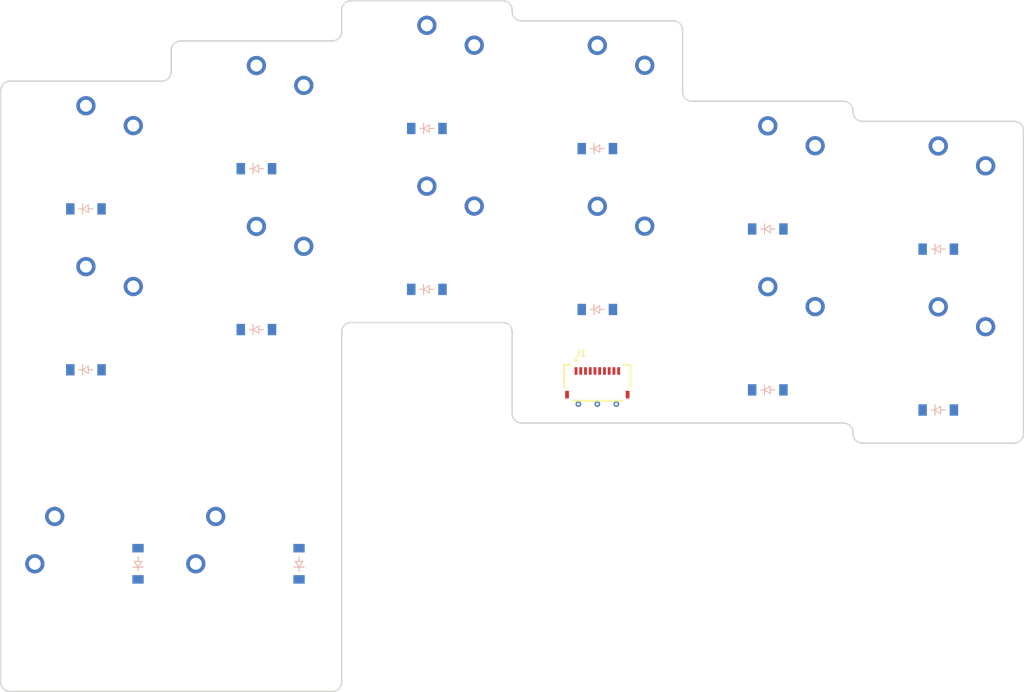
<source format=kicad_pcb>

            
(kicad_pcb (version 20171130) (host pcbnew 5.1.6)

  (page A3)
  (title_block
    (title right_pcb)
    (rev v1.0.0)
    (company Unknown)
  )

  (general
    (thickness 1.6)
  )

  (layers
    (0 F.Cu signal)
    (31 B.Cu signal)
    (32 B.Adhes user)
    (33 F.Adhes user)
    (34 B.Paste user)
    (35 F.Paste user)
    (36 B.SilkS user)
    (37 F.SilkS user)
    (38 B.Mask user)
    (39 F.Mask user)
    (40 Dwgs.User user)
    (41 Cmts.User user)
    (42 Eco1.User user)
    (43 Eco2.User user)
    (44 Edge.Cuts user)
    (45 Margin user)
    (46 B.CrtYd user)
    (47 F.CrtYd user)
    (48 B.Fab user)
    (49 F.Fab user)
  )

  (setup
    (last_trace_width 0.25)
    (trace_clearance 0.2)
    (zone_clearance 0.508)
    (zone_45_only no)
    (trace_min 0.2)
    (via_size 0.8)
    (via_drill 0.4)
    (via_min_size 0.4)
    (via_min_drill 0.3)
    (uvia_size 0.3)
    (uvia_drill 0.1)
    (uvias_allowed no)
    (uvia_min_size 0.2)
    (uvia_min_drill 0.1)
    (edge_width 0.05)
    (segment_width 0.2)
    (pcb_text_width 0.3)
    (pcb_text_size 1.5 1.5)
    (mod_edge_width 0.12)
    (mod_text_size 1 1)
    (mod_text_width 0.15)
    (pad_size 1.524 1.524)
    (pad_drill 0.762)
    (pad_to_mask_clearance 0.05)
    (aux_axis_origin 0 0)
    (visible_elements FFFFFF7F)
    (pcbplotparams
      (layerselection 0x010fc_ffffffff)
      (usegerberextensions false)
      (usegerberattributes true)
      (usegerberadvancedattributes true)
      (creategerberjobfile true)
      (excludeedgelayer true)
      (linewidth 0.100000)
      (plotframeref false)
      (viasonmask false)
      (mode 1)
      (useauxorigin false)
      (hpglpennumber 1)
      (hpglpenspeed 20)
      (hpglpendiameter 15.000000)
      (psnegative false)
      (psa4output false)
      (plotreference true)
      (plotvalue true)
      (plotinvisibletext false)
      (padsonsilk false)
      (subtractmaskfromsilk false)
      (outputformat 1)
      (mirror false)
      (drillshape 1)
      (scaleselection 1)
      (outputdirectory ""))
  )

            (net 0 "")
(net 1 "C0")
(net 2 "mirror_ext_bottom")
(net 3 "mirror_ext_top")
(net 4 "C1")
(net 5 "mirror_pinky_bottom")
(net 6 "mirror_pinky_top")
(net 7 "C2")
(net 8 "mirror_ring_bottom")
(net 9 "mirror_ring_top")
(net 10 "C3")
(net 11 "mirror_middle_bottom")
(net 12 "mirror_middle_top")
(net 13 "C4")
(net 14 "mirror_index_bottom")
(net 15 "mirror_index_top")
(net 16 "C5")
(net 17 "mirror_inner_bottom")
(net 18 "mirror_inner_top")
(net 19 "mirror_outer_thumb")
(net 20 "mirror_inner_thumb")
(net 21 "R2")
(net 22 "R1")
(net 23 "R3")
(net 24 "GND")
            
  (net_class Default "This is the default net class."
    (clearance 0.2)
    (trace_width 0.25)
    (via_dia 0.8)
    (via_drill 0.4)
    (uvia_dia 0.3)
    (uvia_drill 0.1)
    (add_net "")
(add_net "C0")
(add_net "mirror_ext_bottom")
(add_net "mirror_ext_top")
(add_net "C1")
(add_net "mirror_pinky_bottom")
(add_net "mirror_pinky_top")
(add_net "C2")
(add_net "mirror_ring_bottom")
(add_net "mirror_ring_top")
(add_net "C3")
(add_net "mirror_middle_bottom")
(add_net "mirror_middle_top")
(add_net "C4")
(add_net "mirror_index_bottom")
(add_net "mirror_index_top")
(add_net "C5")
(add_net "mirror_inner_bottom")
(add_net "mirror_inner_top")
(add_net "mirror_outer_thumb")
(add_net "mirror_inner_thumb")
(add_net "R2")
(add_net "R1")
(add_net "R3")
(add_net "GND")
  )

            
        
      (module PG1350 (layer F.Cu) (tedit 5DD50112)
      (model ${ERGOGEN_MODELS}/SW_Kailh_Choc_V1.wrl
        (at (xyz 0 0 0))
        (scale (xyz 1 1 1))
        (rotate (xyz 0 0 0))
      )
      (at 316 138.25 0)

      
      (fp_text reference "S1" (at 0 0) (layer F.SilkS) hide (effects (font (size 1.27 1.27) (thickness 0.15))))
      (fp_text value "" (at 0 0) (layer F.SilkS) hide (effects (font (size 1.27 1.27) (thickness 0.15))))

      
      (fp_line (start -7 -6) (end -7 -7) (layer Dwgs.User) (width 0.15))
      (fp_line (start -7 7) (end -6 7) (layer Dwgs.User) (width 0.15))
      (fp_line (start -6 -7) (end -7 -7) (layer Dwgs.User) (width 0.15))
      (fp_line (start -7 7) (end -7 6) (layer Dwgs.User) (width 0.15))
      (fp_line (start 7 6) (end 7 7) (layer Dwgs.User) (width 0.15))
      (fp_line (start 7 -7) (end 6 -7) (layer Dwgs.User) (width 0.15))
      (fp_line (start 6 7) (end 7 7) (layer Dwgs.User) (width 0.15))
      (fp_line (start 7 -7) (end 7 -6) (layer Dwgs.User) (width 0.15))      
      
      
      (pad "" np_thru_hole circle (at 0 0) (size 3.429 3.429) (drill 3.429) (layers *.Cu *.Mask))
        
      
      (pad "" np_thru_hole circle (at 5.5 0) (size 1.7018 1.7018) (drill 1.7018) (layers *.Cu *.Mask))
      (pad "" np_thru_hole circle (at -5.5 0) (size 1.7018 1.7018) (drill 1.7018) (layers *.Cu *.Mask))

      

      
        
      
      (fp_line (start -9 -8.5) (end 9 -8.5) (layer Dwgs.User) (width 0.15))
      (fp_line (start 9 -8.5) (end 9 8.5) (layer Dwgs.User) (width 0.15))
      (fp_line (start 9 8.5) (end -9 8.5) (layer Dwgs.User) (width 0.15))
      (fp_line (start -9 8.5) (end -9 -8.5) (layer Dwgs.User) (width 0.15))
      
        
            
            (pad 1 thru_hole circle (at 5 -3.8) (size 2.032 2.032) (drill 1.27) (layers *.Cu *.Mask) (net 1 "C0"))
            (pad 2 thru_hole circle (at 0 -5.9) (size 2.032 2.032) (drill 1.27) (layers *.Cu *.Mask) (net 2 "mirror_ext_bottom"))
          )
        

        
      (module PG1350 (layer F.Cu) (tedit 5DD50112)
      (model ${ERGOGEN_MODELS}/SW_Kailh_Choc_V1.wrl
        (at (xyz 0 0 0))
        (scale (xyz 1 1 1))
        (rotate (xyz 0 0 0))
      )
      (at 316 121.25 0)

      
      (fp_text reference "S2" (at 0 0) (layer F.SilkS) hide (effects (font (size 1.27 1.27) (thickness 0.15))))
      (fp_text value "" (at 0 0) (layer F.SilkS) hide (effects (font (size 1.27 1.27) (thickness 0.15))))

      
      (fp_line (start -7 -6) (end -7 -7) (layer Dwgs.User) (width 0.15))
      (fp_line (start -7 7) (end -6 7) (layer Dwgs.User) (width 0.15))
      (fp_line (start -6 -7) (end -7 -7) (layer Dwgs.User) (width 0.15))
      (fp_line (start -7 7) (end -7 6) (layer Dwgs.User) (width 0.15))
      (fp_line (start 7 6) (end 7 7) (layer Dwgs.User) (width 0.15))
      (fp_line (start 7 -7) (end 6 -7) (layer Dwgs.User) (width 0.15))
      (fp_line (start 6 7) (end 7 7) (layer Dwgs.User) (width 0.15))
      (fp_line (start 7 -7) (end 7 -6) (layer Dwgs.User) (width 0.15))      
      
      
      (pad "" np_thru_hole circle (at 0 0) (size 3.429 3.429) (drill 3.429) (layers *.Cu *.Mask))
        
      
      (pad "" np_thru_hole circle (at 5.5 0) (size 1.7018 1.7018) (drill 1.7018) (layers *.Cu *.Mask))
      (pad "" np_thru_hole circle (at -5.5 0) (size 1.7018 1.7018) (drill 1.7018) (layers *.Cu *.Mask))

      

      
        
      
      (fp_line (start -9 -8.5) (end 9 -8.5) (layer Dwgs.User) (width 0.15))
      (fp_line (start 9 -8.5) (end 9 8.5) (layer Dwgs.User) (width 0.15))
      (fp_line (start 9 8.5) (end -9 8.5) (layer Dwgs.User) (width 0.15))
      (fp_line (start -9 8.5) (end -9 -8.5) (layer Dwgs.User) (width 0.15))
      
        
            
            (pad 1 thru_hole circle (at 5 -3.8) (size 2.032 2.032) (drill 1.27) (layers *.Cu *.Mask) (net 1 "C0"))
            (pad 2 thru_hole circle (at 0 -5.9) (size 2.032 2.032) (drill 1.27) (layers *.Cu *.Mask) (net 3 "mirror_ext_top"))
          )
        

        
      (module PG1350 (layer F.Cu) (tedit 5DD50112)
      (model ${ERGOGEN_MODELS}/SW_Kailh_Choc_V1.wrl
        (at (xyz 0 0 0))
        (scale (xyz 1 1 1))
        (rotate (xyz 0 0 0))
      )
      (at 298 136.125 0)

      
      (fp_text reference "S3" (at 0 0) (layer F.SilkS) hide (effects (font (size 1.27 1.27) (thickness 0.15))))
      (fp_text value "" (at 0 0) (layer F.SilkS) hide (effects (font (size 1.27 1.27) (thickness 0.15))))

      
      (fp_line (start -7 -6) (end -7 -7) (layer Dwgs.User) (width 0.15))
      (fp_line (start -7 7) (end -6 7) (layer Dwgs.User) (width 0.15))
      (fp_line (start -6 -7) (end -7 -7) (layer Dwgs.User) (width 0.15))
      (fp_line (start -7 7) (end -7 6) (layer Dwgs.User) (width 0.15))
      (fp_line (start 7 6) (end 7 7) (layer Dwgs.User) (width 0.15))
      (fp_line (start 7 -7) (end 6 -7) (layer Dwgs.User) (width 0.15))
      (fp_line (start 6 7) (end 7 7) (layer Dwgs.User) (width 0.15))
      (fp_line (start 7 -7) (end 7 -6) (layer Dwgs.User) (width 0.15))      
      
      
      (pad "" np_thru_hole circle (at 0 0) (size 3.429 3.429) (drill 3.429) (layers *.Cu *.Mask))
        
      
      (pad "" np_thru_hole circle (at 5.5 0) (size 1.7018 1.7018) (drill 1.7018) (layers *.Cu *.Mask))
      (pad "" np_thru_hole circle (at -5.5 0) (size 1.7018 1.7018) (drill 1.7018) (layers *.Cu *.Mask))

      

      
        
      
      (fp_line (start -9 -8.5) (end 9 -8.5) (layer Dwgs.User) (width 0.15))
      (fp_line (start 9 -8.5) (end 9 8.5) (layer Dwgs.User) (width 0.15))
      (fp_line (start 9 8.5) (end -9 8.5) (layer Dwgs.User) (width 0.15))
      (fp_line (start -9 8.5) (end -9 -8.5) (layer Dwgs.User) (width 0.15))
      
        
            
            (pad 1 thru_hole circle (at 5 -3.8) (size 2.032 2.032) (drill 1.27) (layers *.Cu *.Mask) (net 4 "C1"))
            (pad 2 thru_hole circle (at 0 -5.9) (size 2.032 2.032) (drill 1.27) (layers *.Cu *.Mask) (net 5 "mirror_pinky_bottom"))
          )
        

        
      (module PG1350 (layer F.Cu) (tedit 5DD50112)
      (model ${ERGOGEN_MODELS}/SW_Kailh_Choc_V1.wrl
        (at (xyz 0 0 0))
        (scale (xyz 1 1 1))
        (rotate (xyz 0 0 0))
      )
      (at 298 119.125 0)

      
      (fp_text reference "S4" (at 0 0) (layer F.SilkS) hide (effects (font (size 1.27 1.27) (thickness 0.15))))
      (fp_text value "" (at 0 0) (layer F.SilkS) hide (effects (font (size 1.27 1.27) (thickness 0.15))))

      
      (fp_line (start -7 -6) (end -7 -7) (layer Dwgs.User) (width 0.15))
      (fp_line (start -7 7) (end -6 7) (layer Dwgs.User) (width 0.15))
      (fp_line (start -6 -7) (end -7 -7) (layer Dwgs.User) (width 0.15))
      (fp_line (start -7 7) (end -7 6) (layer Dwgs.User) (width 0.15))
      (fp_line (start 7 6) (end 7 7) (layer Dwgs.User) (width 0.15))
      (fp_line (start 7 -7) (end 6 -7) (layer Dwgs.User) (width 0.15))
      (fp_line (start 6 7) (end 7 7) (layer Dwgs.User) (width 0.15))
      (fp_line (start 7 -7) (end 7 -6) (layer Dwgs.User) (width 0.15))      
      
      
      (pad "" np_thru_hole circle (at 0 0) (size 3.429 3.429) (drill 3.429) (layers *.Cu *.Mask))
        
      
      (pad "" np_thru_hole circle (at 5.5 0) (size 1.7018 1.7018) (drill 1.7018) (layers *.Cu *.Mask))
      (pad "" np_thru_hole circle (at -5.5 0) (size 1.7018 1.7018) (drill 1.7018) (layers *.Cu *.Mask))

      

      
        
      
      (fp_line (start -9 -8.5) (end 9 -8.5) (layer Dwgs.User) (width 0.15))
      (fp_line (start 9 -8.5) (end 9 8.5) (layer Dwgs.User) (width 0.15))
      (fp_line (start 9 8.5) (end -9 8.5) (layer Dwgs.User) (width 0.15))
      (fp_line (start -9 8.5) (end -9 -8.5) (layer Dwgs.User) (width 0.15))
      
        
            
            (pad 1 thru_hole circle (at 5 -3.8) (size 2.032 2.032) (drill 1.27) (layers *.Cu *.Mask) (net 4 "C1"))
            (pad 2 thru_hole circle (at 0 -5.9) (size 2.032 2.032) (drill 1.27) (layers *.Cu *.Mask) (net 6 "mirror_pinky_top"))
          )
        

        
      (module PG1350 (layer F.Cu) (tedit 5DD50112)
      (model ${ERGOGEN_MODELS}/SW_Kailh_Choc_V1.wrl
        (at (xyz 0 0 0))
        (scale (xyz 1 1 1))
        (rotate (xyz 0 0 0))
      )
      (at 280 127.625 0)

      
      (fp_text reference "S5" (at 0 0) (layer F.SilkS) hide (effects (font (size 1.27 1.27) (thickness 0.15))))
      (fp_text value "" (at 0 0) (layer F.SilkS) hide (effects (font (size 1.27 1.27) (thickness 0.15))))

      
      (fp_line (start -7 -6) (end -7 -7) (layer Dwgs.User) (width 0.15))
      (fp_line (start -7 7) (end -6 7) (layer Dwgs.User) (width 0.15))
      (fp_line (start -6 -7) (end -7 -7) (layer Dwgs.User) (width 0.15))
      (fp_line (start -7 7) (end -7 6) (layer Dwgs.User) (width 0.15))
      (fp_line (start 7 6) (end 7 7) (layer Dwgs.User) (width 0.15))
      (fp_line (start 7 -7) (end 6 -7) (layer Dwgs.User) (width 0.15))
      (fp_line (start 6 7) (end 7 7) (layer Dwgs.User) (width 0.15))
      (fp_line (start 7 -7) (end 7 -6) (layer Dwgs.User) (width 0.15))      
      
      
      (pad "" np_thru_hole circle (at 0 0) (size 3.429 3.429) (drill 3.429) (layers *.Cu *.Mask))
        
      
      (pad "" np_thru_hole circle (at 5.5 0) (size 1.7018 1.7018) (drill 1.7018) (layers *.Cu *.Mask))
      (pad "" np_thru_hole circle (at -5.5 0) (size 1.7018 1.7018) (drill 1.7018) (layers *.Cu *.Mask))

      

      
        
      
      (fp_line (start -9 -8.5) (end 9 -8.5) (layer Dwgs.User) (width 0.15))
      (fp_line (start 9 -8.5) (end 9 8.5) (layer Dwgs.User) (width 0.15))
      (fp_line (start 9 8.5) (end -9 8.5) (layer Dwgs.User) (width 0.15))
      (fp_line (start -9 8.5) (end -9 -8.5) (layer Dwgs.User) (width 0.15))
      
        
            
            (pad 1 thru_hole circle (at 5 -3.8) (size 2.032 2.032) (drill 1.27) (layers *.Cu *.Mask) (net 7 "C2"))
            (pad 2 thru_hole circle (at 0 -5.9) (size 2.032 2.032) (drill 1.27) (layers *.Cu *.Mask) (net 8 "mirror_ring_bottom"))
          )
        

        
      (module PG1350 (layer F.Cu) (tedit 5DD50112)
      (model ${ERGOGEN_MODELS}/SW_Kailh_Choc_V1.wrl
        (at (xyz 0 0 0))
        (scale (xyz 1 1 1))
        (rotate (xyz 0 0 0))
      )
      (at 280 110.625 0)

      
      (fp_text reference "S6" (at 0 0) (layer F.SilkS) hide (effects (font (size 1.27 1.27) (thickness 0.15))))
      (fp_text value "" (at 0 0) (layer F.SilkS) hide (effects (font (size 1.27 1.27) (thickness 0.15))))

      
      (fp_line (start -7 -6) (end -7 -7) (layer Dwgs.User) (width 0.15))
      (fp_line (start -7 7) (end -6 7) (layer Dwgs.User) (width 0.15))
      (fp_line (start -6 -7) (end -7 -7) (layer Dwgs.User) (width 0.15))
      (fp_line (start -7 7) (end -7 6) (layer Dwgs.User) (width 0.15))
      (fp_line (start 7 6) (end 7 7) (layer Dwgs.User) (width 0.15))
      (fp_line (start 7 -7) (end 6 -7) (layer Dwgs.User) (width 0.15))
      (fp_line (start 6 7) (end 7 7) (layer Dwgs.User) (width 0.15))
      (fp_line (start 7 -7) (end 7 -6) (layer Dwgs.User) (width 0.15))      
      
      
      (pad "" np_thru_hole circle (at 0 0) (size 3.429 3.429) (drill 3.429) (layers *.Cu *.Mask))
        
      
      (pad "" np_thru_hole circle (at 5.5 0) (size 1.7018 1.7018) (drill 1.7018) (layers *.Cu *.Mask))
      (pad "" np_thru_hole circle (at -5.5 0) (size 1.7018 1.7018) (drill 1.7018) (layers *.Cu *.Mask))

      

      
        
      
      (fp_line (start -9 -8.5) (end 9 -8.5) (layer Dwgs.User) (width 0.15))
      (fp_line (start 9 -8.5) (end 9 8.5) (layer Dwgs.User) (width 0.15))
      (fp_line (start 9 8.5) (end -9 8.5) (layer Dwgs.User) (width 0.15))
      (fp_line (start -9 8.5) (end -9 -8.5) (layer Dwgs.User) (width 0.15))
      
        
            
            (pad 1 thru_hole circle (at 5 -3.8) (size 2.032 2.032) (drill 1.27) (layers *.Cu *.Mask) (net 7 "C2"))
            (pad 2 thru_hole circle (at 0 -5.9) (size 2.032 2.032) (drill 1.27) (layers *.Cu *.Mask) (net 9 "mirror_ring_top"))
          )
        

        
      (module PG1350 (layer F.Cu) (tedit 5DD50112)
      (model ${ERGOGEN_MODELS}/SW_Kailh_Choc_V1.wrl
        (at (xyz 0 0 0))
        (scale (xyz 1 1 1))
        (rotate (xyz 0 0 0))
      )
      (at 262 125.5 0)

      
      (fp_text reference "S7" (at 0 0) (layer F.SilkS) hide (effects (font (size 1.27 1.27) (thickness 0.15))))
      (fp_text value "" (at 0 0) (layer F.SilkS) hide (effects (font (size 1.27 1.27) (thickness 0.15))))

      
      (fp_line (start -7 -6) (end -7 -7) (layer Dwgs.User) (width 0.15))
      (fp_line (start -7 7) (end -6 7) (layer Dwgs.User) (width 0.15))
      (fp_line (start -6 -7) (end -7 -7) (layer Dwgs.User) (width 0.15))
      (fp_line (start -7 7) (end -7 6) (layer Dwgs.User) (width 0.15))
      (fp_line (start 7 6) (end 7 7) (layer Dwgs.User) (width 0.15))
      (fp_line (start 7 -7) (end 6 -7) (layer Dwgs.User) (width 0.15))
      (fp_line (start 6 7) (end 7 7) (layer Dwgs.User) (width 0.15))
      (fp_line (start 7 -7) (end 7 -6) (layer Dwgs.User) (width 0.15))      
      
      
      (pad "" np_thru_hole circle (at 0 0) (size 3.429 3.429) (drill 3.429) (layers *.Cu *.Mask))
        
      
      (pad "" np_thru_hole circle (at 5.5 0) (size 1.7018 1.7018) (drill 1.7018) (layers *.Cu *.Mask))
      (pad "" np_thru_hole circle (at -5.5 0) (size 1.7018 1.7018) (drill 1.7018) (layers *.Cu *.Mask))

      

      
        
      
      (fp_line (start -9 -8.5) (end 9 -8.5) (layer Dwgs.User) (width 0.15))
      (fp_line (start 9 -8.5) (end 9 8.5) (layer Dwgs.User) (width 0.15))
      (fp_line (start 9 8.5) (end -9 8.5) (layer Dwgs.User) (width 0.15))
      (fp_line (start -9 8.5) (end -9 -8.5) (layer Dwgs.User) (width 0.15))
      
        
            
            (pad 1 thru_hole circle (at 5 -3.8) (size 2.032 2.032) (drill 1.27) (layers *.Cu *.Mask) (net 10 "C3"))
            (pad 2 thru_hole circle (at 0 -5.9) (size 2.032 2.032) (drill 1.27) (layers *.Cu *.Mask) (net 11 "mirror_middle_bottom"))
          )
        

        
      (module PG1350 (layer F.Cu) (tedit 5DD50112)
      (model ${ERGOGEN_MODELS}/SW_Kailh_Choc_V1.wrl
        (at (xyz 0 0 0))
        (scale (xyz 1 1 1))
        (rotate (xyz 0 0 0))
      )
      (at 262 108.5 0)

      
      (fp_text reference "S8" (at 0 0) (layer F.SilkS) hide (effects (font (size 1.27 1.27) (thickness 0.15))))
      (fp_text value "" (at 0 0) (layer F.SilkS) hide (effects (font (size 1.27 1.27) (thickness 0.15))))

      
      (fp_line (start -7 -6) (end -7 -7) (layer Dwgs.User) (width 0.15))
      (fp_line (start -7 7) (end -6 7) (layer Dwgs.User) (width 0.15))
      (fp_line (start -6 -7) (end -7 -7) (layer Dwgs.User) (width 0.15))
      (fp_line (start -7 7) (end -7 6) (layer Dwgs.User) (width 0.15))
      (fp_line (start 7 6) (end 7 7) (layer Dwgs.User) (width 0.15))
      (fp_line (start 7 -7) (end 6 -7) (layer Dwgs.User) (width 0.15))
      (fp_line (start 6 7) (end 7 7) (layer Dwgs.User) (width 0.15))
      (fp_line (start 7 -7) (end 7 -6) (layer Dwgs.User) (width 0.15))      
      
      
      (pad "" np_thru_hole circle (at 0 0) (size 3.429 3.429) (drill 3.429) (layers *.Cu *.Mask))
        
      
      (pad "" np_thru_hole circle (at 5.5 0) (size 1.7018 1.7018) (drill 1.7018) (layers *.Cu *.Mask))
      (pad "" np_thru_hole circle (at -5.5 0) (size 1.7018 1.7018) (drill 1.7018) (layers *.Cu *.Mask))

      

      
        
      
      (fp_line (start -9 -8.5) (end 9 -8.5) (layer Dwgs.User) (width 0.15))
      (fp_line (start 9 -8.5) (end 9 8.5) (layer Dwgs.User) (width 0.15))
      (fp_line (start 9 8.5) (end -9 8.5) (layer Dwgs.User) (width 0.15))
      (fp_line (start -9 8.5) (end -9 -8.5) (layer Dwgs.User) (width 0.15))
      
        
            
            (pad 1 thru_hole circle (at 5 -3.8) (size 2.032 2.032) (drill 1.27) (layers *.Cu *.Mask) (net 10 "C3"))
            (pad 2 thru_hole circle (at 0 -5.9) (size 2.032 2.032) (drill 1.27) (layers *.Cu *.Mask) (net 12 "mirror_middle_top"))
          )
        

        
      (module PG1350 (layer F.Cu) (tedit 5DD50112)
      (model ${ERGOGEN_MODELS}/SW_Kailh_Choc_V1.wrl
        (at (xyz 0 0 0))
        (scale (xyz 1 1 1))
        (rotate (xyz 0 0 0))
      )
      (at 244 129.75 0)

      
      (fp_text reference "S9" (at 0 0) (layer F.SilkS) hide (effects (font (size 1.27 1.27) (thickness 0.15))))
      (fp_text value "" (at 0 0) (layer F.SilkS) hide (effects (font (size 1.27 1.27) (thickness 0.15))))

      
      (fp_line (start -7 -6) (end -7 -7) (layer Dwgs.User) (width 0.15))
      (fp_line (start -7 7) (end -6 7) (layer Dwgs.User) (width 0.15))
      (fp_line (start -6 -7) (end -7 -7) (layer Dwgs.User) (width 0.15))
      (fp_line (start -7 7) (end -7 6) (layer Dwgs.User) (width 0.15))
      (fp_line (start 7 6) (end 7 7) (layer Dwgs.User) (width 0.15))
      (fp_line (start 7 -7) (end 6 -7) (layer Dwgs.User) (width 0.15))
      (fp_line (start 6 7) (end 7 7) (layer Dwgs.User) (width 0.15))
      (fp_line (start 7 -7) (end 7 -6) (layer Dwgs.User) (width 0.15))      
      
      
      (pad "" np_thru_hole circle (at 0 0) (size 3.429 3.429) (drill 3.429) (layers *.Cu *.Mask))
        
      
      (pad "" np_thru_hole circle (at 5.5 0) (size 1.7018 1.7018) (drill 1.7018) (layers *.Cu *.Mask))
      (pad "" np_thru_hole circle (at -5.5 0) (size 1.7018 1.7018) (drill 1.7018) (layers *.Cu *.Mask))

      

      
        
      
      (fp_line (start -9 -8.5) (end 9 -8.5) (layer Dwgs.User) (width 0.15))
      (fp_line (start 9 -8.5) (end 9 8.5) (layer Dwgs.User) (width 0.15))
      (fp_line (start 9 8.5) (end -9 8.5) (layer Dwgs.User) (width 0.15))
      (fp_line (start -9 8.5) (end -9 -8.5) (layer Dwgs.User) (width 0.15))
      
        
            
            (pad 1 thru_hole circle (at 5 -3.8) (size 2.032 2.032) (drill 1.27) (layers *.Cu *.Mask) (net 13 "C4"))
            (pad 2 thru_hole circle (at 0 -5.9) (size 2.032 2.032) (drill 1.27) (layers *.Cu *.Mask) (net 14 "mirror_index_bottom"))
          )
        

        
      (module PG1350 (layer F.Cu) (tedit 5DD50112)
      (model ${ERGOGEN_MODELS}/SW_Kailh_Choc_V1.wrl
        (at (xyz 0 0 0))
        (scale (xyz 1 1 1))
        (rotate (xyz 0 0 0))
      )
      (at 244 112.75 0)

      
      (fp_text reference "S10" (at 0 0) (layer F.SilkS) hide (effects (font (size 1.27 1.27) (thickness 0.15))))
      (fp_text value "" (at 0 0) (layer F.SilkS) hide (effects (font (size 1.27 1.27) (thickness 0.15))))

      
      (fp_line (start -7 -6) (end -7 -7) (layer Dwgs.User) (width 0.15))
      (fp_line (start -7 7) (end -6 7) (layer Dwgs.User) (width 0.15))
      (fp_line (start -6 -7) (end -7 -7) (layer Dwgs.User) (width 0.15))
      (fp_line (start -7 7) (end -7 6) (layer Dwgs.User) (width 0.15))
      (fp_line (start 7 6) (end 7 7) (layer Dwgs.User) (width 0.15))
      (fp_line (start 7 -7) (end 6 -7) (layer Dwgs.User) (width 0.15))
      (fp_line (start 6 7) (end 7 7) (layer Dwgs.User) (width 0.15))
      (fp_line (start 7 -7) (end 7 -6) (layer Dwgs.User) (width 0.15))      
      
      
      (pad "" np_thru_hole circle (at 0 0) (size 3.429 3.429) (drill 3.429) (layers *.Cu *.Mask))
        
      
      (pad "" np_thru_hole circle (at 5.5 0) (size 1.7018 1.7018) (drill 1.7018) (layers *.Cu *.Mask))
      (pad "" np_thru_hole circle (at -5.5 0) (size 1.7018 1.7018) (drill 1.7018) (layers *.Cu *.Mask))

      

      
        
      
      (fp_line (start -9 -8.5) (end 9 -8.5) (layer Dwgs.User) (width 0.15))
      (fp_line (start 9 -8.5) (end 9 8.5) (layer Dwgs.User) (width 0.15))
      (fp_line (start 9 8.5) (end -9 8.5) (layer Dwgs.User) (width 0.15))
      (fp_line (start -9 8.5) (end -9 -8.5) (layer Dwgs.User) (width 0.15))
      
        
            
            (pad 1 thru_hole circle (at 5 -3.8) (size 2.032 2.032) (drill 1.27) (layers *.Cu *.Mask) (net 13 "C4"))
            (pad 2 thru_hole circle (at 0 -5.9) (size 2.032 2.032) (drill 1.27) (layers *.Cu *.Mask) (net 15 "mirror_index_top"))
          )
        

        
      (module PG1350 (layer F.Cu) (tedit 5DD50112)
      (model ${ERGOGEN_MODELS}/SW_Kailh_Choc_V1.wrl
        (at (xyz 0 0 0))
        (scale (xyz 1 1 1))
        (rotate (xyz 0 0 0))
      )
      (at 226 134 0)

      
      (fp_text reference "S11" (at 0 0) (layer F.SilkS) hide (effects (font (size 1.27 1.27) (thickness 0.15))))
      (fp_text value "" (at 0 0) (layer F.SilkS) hide (effects (font (size 1.27 1.27) (thickness 0.15))))

      
      (fp_line (start -7 -6) (end -7 -7) (layer Dwgs.User) (width 0.15))
      (fp_line (start -7 7) (end -6 7) (layer Dwgs.User) (width 0.15))
      (fp_line (start -6 -7) (end -7 -7) (layer Dwgs.User) (width 0.15))
      (fp_line (start -7 7) (end -7 6) (layer Dwgs.User) (width 0.15))
      (fp_line (start 7 6) (end 7 7) (layer Dwgs.User) (width 0.15))
      (fp_line (start 7 -7) (end 6 -7) (layer Dwgs.User) (width 0.15))
      (fp_line (start 6 7) (end 7 7) (layer Dwgs.User) (width 0.15))
      (fp_line (start 7 -7) (end 7 -6) (layer Dwgs.User) (width 0.15))      
      
      
      (pad "" np_thru_hole circle (at 0 0) (size 3.429 3.429) (drill 3.429) (layers *.Cu *.Mask))
        
      
      (pad "" np_thru_hole circle (at 5.5 0) (size 1.7018 1.7018) (drill 1.7018) (layers *.Cu *.Mask))
      (pad "" np_thru_hole circle (at -5.5 0) (size 1.7018 1.7018) (drill 1.7018) (layers *.Cu *.Mask))

      

      
        
      
      (fp_line (start -9 -8.5) (end 9 -8.5) (layer Dwgs.User) (width 0.15))
      (fp_line (start 9 -8.5) (end 9 8.5) (layer Dwgs.User) (width 0.15))
      (fp_line (start 9 8.5) (end -9 8.5) (layer Dwgs.User) (width 0.15))
      (fp_line (start -9 8.5) (end -9 -8.5) (layer Dwgs.User) (width 0.15))
      
        
            
            (pad 1 thru_hole circle (at 5 -3.8) (size 2.032 2.032) (drill 1.27) (layers *.Cu *.Mask) (net 16 "C5"))
            (pad 2 thru_hole circle (at 0 -5.9) (size 2.032 2.032) (drill 1.27) (layers *.Cu *.Mask) (net 17 "mirror_inner_bottom"))
          )
        

        
      (module PG1350 (layer F.Cu) (tedit 5DD50112)
      (model ${ERGOGEN_MODELS}/SW_Kailh_Choc_V1.wrl
        (at (xyz 0 0 0))
        (scale (xyz 1 1 1))
        (rotate (xyz 0 0 0))
      )
      (at 226 117 0)

      
      (fp_text reference "S12" (at 0 0) (layer F.SilkS) hide (effects (font (size 1.27 1.27) (thickness 0.15))))
      (fp_text value "" (at 0 0) (layer F.SilkS) hide (effects (font (size 1.27 1.27) (thickness 0.15))))

      
      (fp_line (start -7 -6) (end -7 -7) (layer Dwgs.User) (width 0.15))
      (fp_line (start -7 7) (end -6 7) (layer Dwgs.User) (width 0.15))
      (fp_line (start -6 -7) (end -7 -7) (layer Dwgs.User) (width 0.15))
      (fp_line (start -7 7) (end -7 6) (layer Dwgs.User) (width 0.15))
      (fp_line (start 7 6) (end 7 7) (layer Dwgs.User) (width 0.15))
      (fp_line (start 7 -7) (end 6 -7) (layer Dwgs.User) (width 0.15))
      (fp_line (start 6 7) (end 7 7) (layer Dwgs.User) (width 0.15))
      (fp_line (start 7 -7) (end 7 -6) (layer Dwgs.User) (width 0.15))      
      
      
      (pad "" np_thru_hole circle (at 0 0) (size 3.429 3.429) (drill 3.429) (layers *.Cu *.Mask))
        
      
      (pad "" np_thru_hole circle (at 5.5 0) (size 1.7018 1.7018) (drill 1.7018) (layers *.Cu *.Mask))
      (pad "" np_thru_hole circle (at -5.5 0) (size 1.7018 1.7018) (drill 1.7018) (layers *.Cu *.Mask))

      

      
        
      
      (fp_line (start -9 -8.5) (end 9 -8.5) (layer Dwgs.User) (width 0.15))
      (fp_line (start 9 -8.5) (end 9 8.5) (layer Dwgs.User) (width 0.15))
      (fp_line (start 9 8.5) (end -9 8.5) (layer Dwgs.User) (width 0.15))
      (fp_line (start -9 8.5) (end -9 -8.5) (layer Dwgs.User) (width 0.15))
      
        
            
            (pad 1 thru_hole circle (at 5 -3.8) (size 2.032 2.032) (drill 1.27) (layers *.Cu *.Mask) (net 16 "C5"))
            (pad 2 thru_hole circle (at 0 -5.9) (size 2.032 2.032) (drill 1.27) (layers *.Cu *.Mask) (net 18 "mirror_inner_top"))
          )
        

        
      (module PG1350 (layer F.Cu) (tedit 5DD50112)
      (model ${ERGOGEN_MODELS}/SW_Kailh_Choc_V1.wrl
        (at (xyz 0 0 0))
        (scale (xyz 1 1 1))
        (rotate (xyz 0 0 0))
      )
      (at 243.5 159.5 90)

      
      (fp_text reference "S13" (at 0 0) (layer F.SilkS) hide (effects (font (size 1.27 1.27) (thickness 0.15))))
      (fp_text value "" (at 0 0) (layer F.SilkS) hide (effects (font (size 1.27 1.27) (thickness 0.15))))

      
      (fp_line (start -7 -6) (end -7 -7) (layer Dwgs.User) (width 0.15))
      (fp_line (start -7 7) (end -6 7) (layer Dwgs.User) (width 0.15))
      (fp_line (start -6 -7) (end -7 -7) (layer Dwgs.User) (width 0.15))
      (fp_line (start -7 7) (end -7 6) (layer Dwgs.User) (width 0.15))
      (fp_line (start 7 6) (end 7 7) (layer Dwgs.User) (width 0.15))
      (fp_line (start 7 -7) (end 6 -7) (layer Dwgs.User) (width 0.15))
      (fp_line (start 6 7) (end 7 7) (layer Dwgs.User) (width 0.15))
      (fp_line (start 7 -7) (end 7 -6) (layer Dwgs.User) (width 0.15))      
      
      
      (pad "" np_thru_hole circle (at 0 0) (size 3.429 3.429) (drill 3.429) (layers *.Cu *.Mask))
        
      
      (pad "" np_thru_hole circle (at 5.5 0) (size 1.7018 1.7018) (drill 1.7018) (layers *.Cu *.Mask))
      (pad "" np_thru_hole circle (at -5.5 0) (size 1.7018 1.7018) (drill 1.7018) (layers *.Cu *.Mask))

      

      
        
      
      (fp_line (start -9 -8.5) (end 9 -8.5) (layer Dwgs.User) (width 0.15))
      (fp_line (start 9 -8.5) (end 9 8.5) (layer Dwgs.User) (width 0.15))
      (fp_line (start 9 8.5) (end -9 8.5) (layer Dwgs.User) (width 0.15))
      (fp_line (start -9 8.5) (end -9 -8.5) (layer Dwgs.User) (width 0.15))
      
        
            
            (pad 1 thru_hole circle (at 5 -3.8) (size 2.032 2.032) (drill 1.27) (layers *.Cu *.Mask) (net 13 "C4"))
            (pad 2 thru_hole circle (at 0 -5.9) (size 2.032 2.032) (drill 1.27) (layers *.Cu *.Mask) (net 19 "mirror_outer_thumb"))
          )
        

        
      (module PG1350 (layer F.Cu) (tedit 5DD50112)
      (model ${ERGOGEN_MODELS}/SW_Kailh_Choc_V1.wrl
        (at (xyz 0 0 0))
        (scale (xyz 1 1 1))
        (rotate (xyz 0 0 0))
      )
      (at 226.5 159.5 90)

      
      (fp_text reference "S14" (at 0 0) (layer F.SilkS) hide (effects (font (size 1.27 1.27) (thickness 0.15))))
      (fp_text value "" (at 0 0) (layer F.SilkS) hide (effects (font (size 1.27 1.27) (thickness 0.15))))

      
      (fp_line (start -7 -6) (end -7 -7) (layer Dwgs.User) (width 0.15))
      (fp_line (start -7 7) (end -6 7) (layer Dwgs.User) (width 0.15))
      (fp_line (start -6 -7) (end -7 -7) (layer Dwgs.User) (width 0.15))
      (fp_line (start -7 7) (end -7 6) (layer Dwgs.User) (width 0.15))
      (fp_line (start 7 6) (end 7 7) (layer Dwgs.User) (width 0.15))
      (fp_line (start 7 -7) (end 6 -7) (layer Dwgs.User) (width 0.15))
      (fp_line (start 6 7) (end 7 7) (layer Dwgs.User) (width 0.15))
      (fp_line (start 7 -7) (end 7 -6) (layer Dwgs.User) (width 0.15))      
      
      
      (pad "" np_thru_hole circle (at 0 0) (size 3.429 3.429) (drill 3.429) (layers *.Cu *.Mask))
        
      
      (pad "" np_thru_hole circle (at 5.5 0) (size 1.7018 1.7018) (drill 1.7018) (layers *.Cu *.Mask))
      (pad "" np_thru_hole circle (at -5.5 0) (size 1.7018 1.7018) (drill 1.7018) (layers *.Cu *.Mask))

      

      
        
      
      (fp_line (start -9 -8.5) (end 9 -8.5) (layer Dwgs.User) (width 0.15))
      (fp_line (start 9 -8.5) (end 9 8.5) (layer Dwgs.User) (width 0.15))
      (fp_line (start 9 8.5) (end -9 8.5) (layer Dwgs.User) (width 0.15))
      (fp_line (start -9 8.5) (end -9 -8.5) (layer Dwgs.User) (width 0.15))
      
        
            
            (pad 1 thru_hole circle (at 5 -3.8) (size 2.032 2.032) (drill 1.27) (layers *.Cu *.Mask) (net 16 "C5"))
            (pad 2 thru_hole circle (at 0 -5.9) (size 2.032 2.032) (drill 1.27) (layers *.Cu *.Mask) (net 20 "mirror_inner_thumb"))
          )
        

  
    (module ComboDiode (layer B.Cu) (tedit 5B24D78E)

    (model "${KICAD7_3DMODEL_DIR}/Diode_SMD.3dshapes/D_SOD-123.wrl"
      (offset (xyz 0 0 0))
      (scale (xyz 1 1 1))
      (rotate (xyz 0 0 0))
    )

        (at 316 143.25 0)

        
        (fp_text reference "D1" (at 0 0) (layer B.SilkS) hide (effects (font (size 1.27 1.27) (thickness 0.15))))
        (fp_text value "" (at 0 0) (layer B.SilkS) hide (effects (font (size 1.27 1.27) (thickness 0.15))))
        
        
        (fp_line (start 0.25 0) (end 0.75 0) (layer B.SilkS) (width 0.1))
        (fp_line (start 0.25 0.4) (end -0.35 0) (layer B.SilkS) (width 0.1))
        (fp_line (start 0.25 -0.4) (end 0.25 0.4) (layer B.SilkS) (width 0.1))
        (fp_line (start -0.35 0) (end 0.25 -0.4) (layer B.SilkS) (width 0.1))
        (fp_line (start -0.35 0) (end -0.35 0.55) (layer B.SilkS) (width 0.1))
        (fp_line (start -0.35 0) (end -0.35 -0.55) (layer B.SilkS) (width 0.1))
        (fp_line (start -0.75 0) (end -0.35 0) (layer B.SilkS) (width 0.1))
    
        
        (pad 1 smd rect (at -1.65 0 0) (size 0.9 1.2) (layers B.Cu B.Paste B.Mask) (net 21 "R2"))
        (pad 2 smd rect (at 1.65 0 0) (size 0.9 1.2) (layers B.Cu B.Paste B.Mask) (net 2 "mirror_ext_bottom"))
        
    )
  
    

  
    (module ComboDiode (layer B.Cu) (tedit 5B24D78E)

    (model "${KICAD7_3DMODEL_DIR}/Diode_SMD.3dshapes/D_SOD-123.wrl"
      (offset (xyz 0 0 0))
      (scale (xyz 1 1 1))
      (rotate (xyz 0 0 0))
    )

        (at 316 126.25 0)

        
        (fp_text reference "D2" (at 0 0) (layer B.SilkS) hide (effects (font (size 1.27 1.27) (thickness 0.15))))
        (fp_text value "" (at 0 0) (layer B.SilkS) hide (effects (font (size 1.27 1.27) (thickness 0.15))))
        
        
        (fp_line (start 0.25 0) (end 0.75 0) (layer B.SilkS) (width 0.1))
        (fp_line (start 0.25 0.4) (end -0.35 0) (layer B.SilkS) (width 0.1))
        (fp_line (start 0.25 -0.4) (end 0.25 0.4) (layer B.SilkS) (width 0.1))
        (fp_line (start -0.35 0) (end 0.25 -0.4) (layer B.SilkS) (width 0.1))
        (fp_line (start -0.35 0) (end -0.35 0.55) (layer B.SilkS) (width 0.1))
        (fp_line (start -0.35 0) (end -0.35 -0.55) (layer B.SilkS) (width 0.1))
        (fp_line (start -0.75 0) (end -0.35 0) (layer B.SilkS) (width 0.1))
    
        
        (pad 1 smd rect (at -1.65 0 0) (size 0.9 1.2) (layers B.Cu B.Paste B.Mask) (net 22 "R1"))
        (pad 2 smd rect (at 1.65 0 0) (size 0.9 1.2) (layers B.Cu B.Paste B.Mask) (net 3 "mirror_ext_top"))
        
    )
  
    

  
    (module ComboDiode (layer B.Cu) (tedit 5B24D78E)

    (model "${KICAD7_3DMODEL_DIR}/Diode_SMD.3dshapes/D_SOD-123.wrl"
      (offset (xyz 0 0 0))
      (scale (xyz 1 1 1))
      (rotate (xyz 0 0 0))
    )

        (at 298 141.125 0)

        
        (fp_text reference "D3" (at 0 0) (layer B.SilkS) hide (effects (font (size 1.27 1.27) (thickness 0.15))))
        (fp_text value "" (at 0 0) (layer B.SilkS) hide (effects (font (size 1.27 1.27) (thickness 0.15))))
        
        
        (fp_line (start 0.25 0) (end 0.75 0) (layer B.SilkS) (width 0.1))
        (fp_line (start 0.25 0.4) (end -0.35 0) (layer B.SilkS) (width 0.1))
        (fp_line (start 0.25 -0.4) (end 0.25 0.4) (layer B.SilkS) (width 0.1))
        (fp_line (start -0.35 0) (end 0.25 -0.4) (layer B.SilkS) (width 0.1))
        (fp_line (start -0.35 0) (end -0.35 0.55) (layer B.SilkS) (width 0.1))
        (fp_line (start -0.35 0) (end -0.35 -0.55) (layer B.SilkS) (width 0.1))
        (fp_line (start -0.75 0) (end -0.35 0) (layer B.SilkS) (width 0.1))
    
        
        (pad 1 smd rect (at -1.65 0 0) (size 0.9 1.2) (layers B.Cu B.Paste B.Mask) (net 21 "R2"))
        (pad 2 smd rect (at 1.65 0 0) (size 0.9 1.2) (layers B.Cu B.Paste B.Mask) (net 5 "mirror_pinky_bottom"))
        
    )
  
    

  
    (module ComboDiode (layer B.Cu) (tedit 5B24D78E)

    (model "${KICAD7_3DMODEL_DIR}/Diode_SMD.3dshapes/D_SOD-123.wrl"
      (offset (xyz 0 0 0))
      (scale (xyz 1 1 1))
      (rotate (xyz 0 0 0))
    )

        (at 298 124.125 0)

        
        (fp_text reference "D4" (at 0 0) (layer B.SilkS) hide (effects (font (size 1.27 1.27) (thickness 0.15))))
        (fp_text value "" (at 0 0) (layer B.SilkS) hide (effects (font (size 1.27 1.27) (thickness 0.15))))
        
        
        (fp_line (start 0.25 0) (end 0.75 0) (layer B.SilkS) (width 0.1))
        (fp_line (start 0.25 0.4) (end -0.35 0) (layer B.SilkS) (width 0.1))
        (fp_line (start 0.25 -0.4) (end 0.25 0.4) (layer B.SilkS) (width 0.1))
        (fp_line (start -0.35 0) (end 0.25 -0.4) (layer B.SilkS) (width 0.1))
        (fp_line (start -0.35 0) (end -0.35 0.55) (layer B.SilkS) (width 0.1))
        (fp_line (start -0.35 0) (end -0.35 -0.55) (layer B.SilkS) (width 0.1))
        (fp_line (start -0.75 0) (end -0.35 0) (layer B.SilkS) (width 0.1))
    
        
        (pad 1 smd rect (at -1.65 0 0) (size 0.9 1.2) (layers B.Cu B.Paste B.Mask) (net 22 "R1"))
        (pad 2 smd rect (at 1.65 0 0) (size 0.9 1.2) (layers B.Cu B.Paste B.Mask) (net 6 "mirror_pinky_top"))
        
    )
  
    

  
    (module ComboDiode (layer B.Cu) (tedit 5B24D78E)

    (model "${KICAD7_3DMODEL_DIR}/Diode_SMD.3dshapes/D_SOD-123.wrl"
      (offset (xyz 0 0 0))
      (scale (xyz 1 1 1))
      (rotate (xyz 0 0 0))
    )

        (at 280 132.625 0)

        
        (fp_text reference "D5" (at 0 0) (layer B.SilkS) hide (effects (font (size 1.27 1.27) (thickness 0.15))))
        (fp_text value "" (at 0 0) (layer B.SilkS) hide (effects (font (size 1.27 1.27) (thickness 0.15))))
        
        
        (fp_line (start 0.25 0) (end 0.75 0) (layer B.SilkS) (width 0.1))
        (fp_line (start 0.25 0.4) (end -0.35 0) (layer B.SilkS) (width 0.1))
        (fp_line (start 0.25 -0.4) (end 0.25 0.4) (layer B.SilkS) (width 0.1))
        (fp_line (start -0.35 0) (end 0.25 -0.4) (layer B.SilkS) (width 0.1))
        (fp_line (start -0.35 0) (end -0.35 0.55) (layer B.SilkS) (width 0.1))
        (fp_line (start -0.35 0) (end -0.35 -0.55) (layer B.SilkS) (width 0.1))
        (fp_line (start -0.75 0) (end -0.35 0) (layer B.SilkS) (width 0.1))
    
        
        (pad 1 smd rect (at -1.65 0 0) (size 0.9 1.2) (layers B.Cu B.Paste B.Mask) (net 21 "R2"))
        (pad 2 smd rect (at 1.65 0 0) (size 0.9 1.2) (layers B.Cu B.Paste B.Mask) (net 8 "mirror_ring_bottom"))
        
    )
  
    

  
    (module ComboDiode (layer B.Cu) (tedit 5B24D78E)

    (model "${KICAD7_3DMODEL_DIR}/Diode_SMD.3dshapes/D_SOD-123.wrl"
      (offset (xyz 0 0 0))
      (scale (xyz 1 1 1))
      (rotate (xyz 0 0 0))
    )

        (at 280 115.625 0)

        
        (fp_text reference "D6" (at 0 0) (layer B.SilkS) hide (effects (font (size 1.27 1.27) (thickness 0.15))))
        (fp_text value "" (at 0 0) (layer B.SilkS) hide (effects (font (size 1.27 1.27) (thickness 0.15))))
        
        
        (fp_line (start 0.25 0) (end 0.75 0) (layer B.SilkS) (width 0.1))
        (fp_line (start 0.25 0.4) (end -0.35 0) (layer B.SilkS) (width 0.1))
        (fp_line (start 0.25 -0.4) (end 0.25 0.4) (layer B.SilkS) (width 0.1))
        (fp_line (start -0.35 0) (end 0.25 -0.4) (layer B.SilkS) (width 0.1))
        (fp_line (start -0.35 0) (end -0.35 0.55) (layer B.SilkS) (width 0.1))
        (fp_line (start -0.35 0) (end -0.35 -0.55) (layer B.SilkS) (width 0.1))
        (fp_line (start -0.75 0) (end -0.35 0) (layer B.SilkS) (width 0.1))
    
        
        (pad 1 smd rect (at -1.65 0 0) (size 0.9 1.2) (layers B.Cu B.Paste B.Mask) (net 22 "R1"))
        (pad 2 smd rect (at 1.65 0 0) (size 0.9 1.2) (layers B.Cu B.Paste B.Mask) (net 9 "mirror_ring_top"))
        
    )
  
    

  
    (module ComboDiode (layer B.Cu) (tedit 5B24D78E)

    (model "${KICAD7_3DMODEL_DIR}/Diode_SMD.3dshapes/D_SOD-123.wrl"
      (offset (xyz 0 0 0))
      (scale (xyz 1 1 1))
      (rotate (xyz 0 0 0))
    )

        (at 262 130.5 0)

        
        (fp_text reference "D7" (at 0 0) (layer B.SilkS) hide (effects (font (size 1.27 1.27) (thickness 0.15))))
        (fp_text value "" (at 0 0) (layer B.SilkS) hide (effects (font (size 1.27 1.27) (thickness 0.15))))
        
        
        (fp_line (start 0.25 0) (end 0.75 0) (layer B.SilkS) (width 0.1))
        (fp_line (start 0.25 0.4) (end -0.35 0) (layer B.SilkS) (width 0.1))
        (fp_line (start 0.25 -0.4) (end 0.25 0.4) (layer B.SilkS) (width 0.1))
        (fp_line (start -0.35 0) (end 0.25 -0.4) (layer B.SilkS) (width 0.1))
        (fp_line (start -0.35 0) (end -0.35 0.55) (layer B.SilkS) (width 0.1))
        (fp_line (start -0.35 0) (end -0.35 -0.55) (layer B.SilkS) (width 0.1))
        (fp_line (start -0.75 0) (end -0.35 0) (layer B.SilkS) (width 0.1))
    
        
        (pad 1 smd rect (at -1.65 0 0) (size 0.9 1.2) (layers B.Cu B.Paste B.Mask) (net 21 "R2"))
        (pad 2 smd rect (at 1.65 0 0) (size 0.9 1.2) (layers B.Cu B.Paste B.Mask) (net 11 "mirror_middle_bottom"))
        
    )
  
    

  
    (module ComboDiode (layer B.Cu) (tedit 5B24D78E)

    (model "${KICAD7_3DMODEL_DIR}/Diode_SMD.3dshapes/D_SOD-123.wrl"
      (offset (xyz 0 0 0))
      (scale (xyz 1 1 1))
      (rotate (xyz 0 0 0))
    )

        (at 262 113.5 0)

        
        (fp_text reference "D8" (at 0 0) (layer B.SilkS) hide (effects (font (size 1.27 1.27) (thickness 0.15))))
        (fp_text value "" (at 0 0) (layer B.SilkS) hide (effects (font (size 1.27 1.27) (thickness 0.15))))
        
        
        (fp_line (start 0.25 0) (end 0.75 0) (layer B.SilkS) (width 0.1))
        (fp_line (start 0.25 0.4) (end -0.35 0) (layer B.SilkS) (width 0.1))
        (fp_line (start 0.25 -0.4) (end 0.25 0.4) (layer B.SilkS) (width 0.1))
        (fp_line (start -0.35 0) (end 0.25 -0.4) (layer B.SilkS) (width 0.1))
        (fp_line (start -0.35 0) (end -0.35 0.55) (layer B.SilkS) (width 0.1))
        (fp_line (start -0.35 0) (end -0.35 -0.55) (layer B.SilkS) (width 0.1))
        (fp_line (start -0.75 0) (end -0.35 0) (layer B.SilkS) (width 0.1))
    
        
        (pad 1 smd rect (at -1.65 0 0) (size 0.9 1.2) (layers B.Cu B.Paste B.Mask) (net 22 "R1"))
        (pad 2 smd rect (at 1.65 0 0) (size 0.9 1.2) (layers B.Cu B.Paste B.Mask) (net 12 "mirror_middle_top"))
        
    )
  
    

  
    (module ComboDiode (layer B.Cu) (tedit 5B24D78E)

    (model "${KICAD7_3DMODEL_DIR}/Diode_SMD.3dshapes/D_SOD-123.wrl"
      (offset (xyz 0 0 0))
      (scale (xyz 1 1 1))
      (rotate (xyz 0 0 0))
    )

        (at 244 134.75 0)

        
        (fp_text reference "D9" (at 0 0) (layer B.SilkS) hide (effects (font (size 1.27 1.27) (thickness 0.15))))
        (fp_text value "" (at 0 0) (layer B.SilkS) hide (effects (font (size 1.27 1.27) (thickness 0.15))))
        
        
        (fp_line (start 0.25 0) (end 0.75 0) (layer B.SilkS) (width 0.1))
        (fp_line (start 0.25 0.4) (end -0.35 0) (layer B.SilkS) (width 0.1))
        (fp_line (start 0.25 -0.4) (end 0.25 0.4) (layer B.SilkS) (width 0.1))
        (fp_line (start -0.35 0) (end 0.25 -0.4) (layer B.SilkS) (width 0.1))
        (fp_line (start -0.35 0) (end -0.35 0.55) (layer B.SilkS) (width 0.1))
        (fp_line (start -0.35 0) (end -0.35 -0.55) (layer B.SilkS) (width 0.1))
        (fp_line (start -0.75 0) (end -0.35 0) (layer B.SilkS) (width 0.1))
    
        
        (pad 1 smd rect (at -1.65 0 0) (size 0.9 1.2) (layers B.Cu B.Paste B.Mask) (net 21 "R2"))
        (pad 2 smd rect (at 1.65 0 0) (size 0.9 1.2) (layers B.Cu B.Paste B.Mask) (net 14 "mirror_index_bottom"))
        
    )
  
    

  
    (module ComboDiode (layer B.Cu) (tedit 5B24D78E)

    (model "${KICAD7_3DMODEL_DIR}/Diode_SMD.3dshapes/D_SOD-123.wrl"
      (offset (xyz 0 0 0))
      (scale (xyz 1 1 1))
      (rotate (xyz 0 0 0))
    )

        (at 244 117.75 0)

        
        (fp_text reference "D10" (at 0 0) (layer B.SilkS) hide (effects (font (size 1.27 1.27) (thickness 0.15))))
        (fp_text value "" (at 0 0) (layer B.SilkS) hide (effects (font (size 1.27 1.27) (thickness 0.15))))
        
        
        (fp_line (start 0.25 0) (end 0.75 0) (layer B.SilkS) (width 0.1))
        (fp_line (start 0.25 0.4) (end -0.35 0) (layer B.SilkS) (width 0.1))
        (fp_line (start 0.25 -0.4) (end 0.25 0.4) (layer B.SilkS) (width 0.1))
        (fp_line (start -0.35 0) (end 0.25 -0.4) (layer B.SilkS) (width 0.1))
        (fp_line (start -0.35 0) (end -0.35 0.55) (layer B.SilkS) (width 0.1))
        (fp_line (start -0.35 0) (end -0.35 -0.55) (layer B.SilkS) (width 0.1))
        (fp_line (start -0.75 0) (end -0.35 0) (layer B.SilkS) (width 0.1))
    
        
        (pad 1 smd rect (at -1.65 0 0) (size 0.9 1.2) (layers B.Cu B.Paste B.Mask) (net 22 "R1"))
        (pad 2 smd rect (at 1.65 0 0) (size 0.9 1.2) (layers B.Cu B.Paste B.Mask) (net 15 "mirror_index_top"))
        
    )
  
    

  
    (module ComboDiode (layer B.Cu) (tedit 5B24D78E)

    (model "${KICAD7_3DMODEL_DIR}/Diode_SMD.3dshapes/D_SOD-123.wrl"
      (offset (xyz 0 0 0))
      (scale (xyz 1 1 1))
      (rotate (xyz 0 0 0))
    )

        (at 226 139 0)

        
        (fp_text reference "D11" (at 0 0) (layer B.SilkS) hide (effects (font (size 1.27 1.27) (thickness 0.15))))
        (fp_text value "" (at 0 0) (layer B.SilkS) hide (effects (font (size 1.27 1.27) (thickness 0.15))))
        
        
        (fp_line (start 0.25 0) (end 0.75 0) (layer B.SilkS) (width 0.1))
        (fp_line (start 0.25 0.4) (end -0.35 0) (layer B.SilkS) (width 0.1))
        (fp_line (start 0.25 -0.4) (end 0.25 0.4) (layer B.SilkS) (width 0.1))
        (fp_line (start -0.35 0) (end 0.25 -0.4) (layer B.SilkS) (width 0.1))
        (fp_line (start -0.35 0) (end -0.35 0.55) (layer B.SilkS) (width 0.1))
        (fp_line (start -0.35 0) (end -0.35 -0.55) (layer B.SilkS) (width 0.1))
        (fp_line (start -0.75 0) (end -0.35 0) (layer B.SilkS) (width 0.1))
    
        
        (pad 1 smd rect (at -1.65 0 0) (size 0.9 1.2) (layers B.Cu B.Paste B.Mask) (net 21 "R2"))
        (pad 2 smd rect (at 1.65 0 0) (size 0.9 1.2) (layers B.Cu B.Paste B.Mask) (net 17 "mirror_inner_bottom"))
        
    )
  
    

  
    (module ComboDiode (layer B.Cu) (tedit 5B24D78E)

    (model "${KICAD7_3DMODEL_DIR}/Diode_SMD.3dshapes/D_SOD-123.wrl"
      (offset (xyz 0 0 0))
      (scale (xyz 1 1 1))
      (rotate (xyz 0 0 0))
    )

        (at 226 122 0)

        
        (fp_text reference "D12" (at 0 0) (layer B.SilkS) hide (effects (font (size 1.27 1.27) (thickness 0.15))))
        (fp_text value "" (at 0 0) (layer B.SilkS) hide (effects (font (size 1.27 1.27) (thickness 0.15))))
        
        
        (fp_line (start 0.25 0) (end 0.75 0) (layer B.SilkS) (width 0.1))
        (fp_line (start 0.25 0.4) (end -0.35 0) (layer B.SilkS) (width 0.1))
        (fp_line (start 0.25 -0.4) (end 0.25 0.4) (layer B.SilkS) (width 0.1))
        (fp_line (start -0.35 0) (end 0.25 -0.4) (layer B.SilkS) (width 0.1))
        (fp_line (start -0.35 0) (end -0.35 0.55) (layer B.SilkS) (width 0.1))
        (fp_line (start -0.35 0) (end -0.35 -0.55) (layer B.SilkS) (width 0.1))
        (fp_line (start -0.75 0) (end -0.35 0) (layer B.SilkS) (width 0.1))
    
        
        (pad 1 smd rect (at -1.65 0 0) (size 0.9 1.2) (layers B.Cu B.Paste B.Mask) (net 22 "R1"))
        (pad 2 smd rect (at 1.65 0 0) (size 0.9 1.2) (layers B.Cu B.Paste B.Mask) (net 18 "mirror_inner_top"))
        
    )
  
    

  
    (module ComboDiode (layer B.Cu) (tedit 5B24D78E)

    (model "${KICAD7_3DMODEL_DIR}/Diode_SMD.3dshapes/D_SOD-123.wrl"
      (offset (xyz 0 0 0))
      (scale (xyz 1 1 1))
      (rotate (xyz 0 0 0))
    )

        (at 248.5 159.5 90)

        
        (fp_text reference "D13" (at 0 0) (layer B.SilkS) hide (effects (font (size 1.27 1.27) (thickness 0.15))))
        (fp_text value "" (at 0 0) (layer B.SilkS) hide (effects (font (size 1.27 1.27) (thickness 0.15))))
        
        
        (fp_line (start 0.25 0) (end 0.75 0) (layer B.SilkS) (width 0.1))
        (fp_line (start 0.25 0.4) (end -0.35 0) (layer B.SilkS) (width 0.1))
        (fp_line (start 0.25 -0.4) (end 0.25 0.4) (layer B.SilkS) (width 0.1))
        (fp_line (start -0.35 0) (end 0.25 -0.4) (layer B.SilkS) (width 0.1))
        (fp_line (start -0.35 0) (end -0.35 0.55) (layer B.SilkS) (width 0.1))
        (fp_line (start -0.35 0) (end -0.35 -0.55) (layer B.SilkS) (width 0.1))
        (fp_line (start -0.75 0) (end -0.35 0) (layer B.SilkS) (width 0.1))
    
        
        (pad 1 smd rect (at -1.65 0 90) (size 0.9 1.2) (layers B.Cu B.Paste B.Mask) (net 23 "R3"))
        (pad 2 smd rect (at 1.65 0 90) (size 0.9 1.2) (layers B.Cu B.Paste B.Mask) (net 19 "mirror_outer_thumb"))
        
    )
  
    

  
    (module ComboDiode (layer B.Cu) (tedit 5B24D78E)

    (model "${KICAD7_3DMODEL_DIR}/Diode_SMD.3dshapes/D_SOD-123.wrl"
      (offset (xyz 0 0 0))
      (scale (xyz 1 1 1))
      (rotate (xyz 0 0 0))
    )

        (at 231.5 159.5 90)

        
        (fp_text reference "D14" (at 0 0) (layer B.SilkS) hide (effects (font (size 1.27 1.27) (thickness 0.15))))
        (fp_text value "" (at 0 0) (layer B.SilkS) hide (effects (font (size 1.27 1.27) (thickness 0.15))))
        
        
        (fp_line (start 0.25 0) (end 0.75 0) (layer B.SilkS) (width 0.1))
        (fp_line (start 0.25 0.4) (end -0.35 0) (layer B.SilkS) (width 0.1))
        (fp_line (start 0.25 -0.4) (end 0.25 0.4) (layer B.SilkS) (width 0.1))
        (fp_line (start -0.35 0) (end 0.25 -0.4) (layer B.SilkS) (width 0.1))
        (fp_line (start -0.35 0) (end -0.35 0.55) (layer B.SilkS) (width 0.1))
        (fp_line (start -0.35 0) (end -0.35 -0.55) (layer B.SilkS) (width 0.1))
        (fp_line (start -0.75 0) (end -0.35 0) (layer B.SilkS) (width 0.1))
    
        
        (pad 1 smd rect (at -1.65 0 90) (size 0.9 1.2) (layers B.Cu B.Paste B.Mask) (net 23 "R3"))
        (pad 2 smd rect (at 1.65 0 90) (size 0.9 1.2) (layers B.Cu B.Paste B.Mask) (net 20 "mirror_inner_thumb"))
        
    )
  
    

(module Molex2004850410 (layer F.Cu) (tedit 60CE555C)
  (attr smd)
  (at 280 140.375 0)

  (fp_text reference "J1" (at -1.718 -3.1064) (layer F.SilkS)
    (effects (font (size 0.64 0.64) (thickness 0.15)))
  )
  (fp_text value "Conn_01x10_Socket" (at 3.2524 3.1936) (layer "F.Fab")
      (effects (font (size 0.64 0.64) (thickness 0.15)))
    
  )


  (fp_line (start -3.5 -1.9) (end -2.8 -1.9)
    (stroke (width 0.2) (type solid)) (layer "F.SilkS") )
  (fp_line (start -3.5 0.5) (end -3.5 -1.9)
    (stroke (width 0.2) (type solid)) (layer "F.SilkS") )
  (fp_line (start -2.65 1.9) (end 2.65 1.9)
    (stroke (width 0.2) (type solid)) (layer "F.SilkS") )
  (fp_line (start 2.8 -1.9) (end 3.5 -1.9)
    (stroke (width 0.2) (type solid)) (layer "F.SilkS") )
  (fp_line (start 3.5 -1.9) (end 3.5 0.5)
    (stroke (width 0.2) (type solid)) (layer "F.SilkS") )
  (fp_circle (center -2.25 -2.4) (end -2.15 -2.4)
    (stroke (width 0.2) (type solid)) (fill none) (layer "F.SilkS") )
  (fp_line (start -3.75 -2.15) (end -3.75 2.15)
    (stroke (width 0.05) (type solid)) (layer "F.CrtYd") )
  (fp_line (start -3.75 2.15) (end 3.75 2.15)
    (stroke (width 0.05) (type solid)) (layer "F.CrtYd") )
  (fp_line (start 3.75 -2.15) (end -3.75 -2.15)
    (stroke (width 0.05) (type solid)) (layer "F.CrtYd") )
  (fp_line (start 3.75 2.15) (end 3.75 -2.15)
    (stroke (width 0.05) (type solid)) (layer "F.CrtYd") )
  (fp_line (start -3.5 -1.9) (end 3.5 -1.9)
    (stroke (width 0.1) (type solid)) (layer "F.Fab") )
  (fp_line (start -3.5 -1) (end -3.5 -1.9)
    (stroke (width 0.1) (type solid)) (layer "F.Fab") )
  (fp_line (start -3.5 -1) (end 3.5 -1)
    (stroke (width 0.1) (type solid)) (layer "F.Fab") )
  (fp_line (start -3.5 1.9) (end -3.5 -1)
    (stroke (width 0.1) (type solid)) (layer "F.Fab") )
  (fp_line (start 3.5 -1.9) (end 3.5 -1)
    (stroke (width 0.1) (type solid)) (layer "F.Fab") )
  (fp_line (start 3.5 -1) (end 3.5 1.9)
    (stroke (width 0.1) (type solid)) (layer "F.Fab") )
  (fp_line (start 3.5 1.9) (end -3.5 1.9)
    (stroke (width 0.1) (type solid)) (layer "F.Fab") )
  (fp_circle (center -2.25 -2.4) (end -2.15 -2.4)
    (stroke (width 0.2) (type solid)) (fill none) (layer "F.Fab") )
  (pad "1" smd rect (at -2.25 -1.25 180) (size 0.3 0.8) (layers "F.Cu" "F.Paste" "F.Mask")
    (net 24 "GND") (pinfunction "Pin_1") (pintype "passive") (solder_mask_margin 0.102) )
  (pad "2" smd rect (at -1.75 -1.25 180) (size 0.3 0.8) (layers "F.Cu" "F.Paste" "F.Mask")
    (net 22 "R1") (pinfunction "Pin_2") (pintype "passive") (solder_mask_margin 0.102) )
  (pad "3" smd rect (at -1.25 -1.25 180) (size 0.3 0.8) (layers "F.Cu" "F.Paste" "F.Mask")
    (net 21 "R2") (pinfunction "Pin_3") (pintype "passive") (solder_mask_margin 0.102) )
  (pad "4" smd rect (at -0.75 -1.25 180) (size 0.3 0.8) (layers "F.Cu" "F.Paste" "F.Mask")
    (net 23 "R3") (pinfunction "Pin_4") (pintype "passive") (solder_mask_margin 0.102) )
  (pad "5" smd rect (at -0.25 -1.25 180) (size 0.3 0.8) (layers "F.Cu" "F.Paste" "F.Mask")
    (net 1 "C0") (pinfunction "Pin_5") (pintype "passive") (solder_mask_margin 0.102) )
  (pad "6" smd rect (at 0.25 -1.25 180) (size 0.3 0.8) (layers "F.Cu" "F.Paste" "F.Mask")
    (net 4 "C1") (pinfunction "Pin_6") (pintype "passive") (solder_mask_margin 0.102) )
  (pad "7" smd rect (at 0.75 -1.25 180) (size 0.3 0.8) (layers "F.Cu" "F.Paste" "F.Mask")
    (net 7 "C2") (pinfunction "Pin_7") (pintype "passive") (solder_mask_margin 0.102) )
  (pad "8" smd rect (at 1.25 -1.25 180) (size 0.3 0.8) (layers "F.Cu" "F.Paste" "F.Mask")
    (net 10 "C3") (pinfunction "Pin_8") (pintype "passive") (solder_mask_margin 0.102) )
  (pad "9" smd rect (at 1.75 -1.25 180) (size 0.3 0.8) (layers "F.Cu" "F.Paste" "F.Mask")
    (net 13 "C4") (pinfunction "Pin_9") (pintype "passive") (solder_mask_margin 0.102) )
  (pad "10" smd rect (at 2.25 -1.25 180) (size 0.3 0.8) (layers "F.Cu" "F.Paste" "F.Mask")
    (net 16 "C5") (pinfunction "Pin_10") (pintype "passive") (solder_mask_margin 0.102) )
  (pad "S1" smd rect (at -3.2 1.25 180) (size 0.4 0.8) (layers "F.Cu" "F.Paste" "F.Mask")
    (solder_mask_margin 0.102) )
  (pad "S2" smd rect (at 3.2 1.25 180) (size 0.4 0.8) (layers "F.Cu" "F.Paste" "F.Mask")
    (solder_mask_margin 0.102) )
  (model ${ERGOGEN_MODELS}/FFC2B28-10-G.stp
    (offset (xyz 0 0 0))
    (scale (xyz 1 1 1))
    (rotate (xyz -90 0 0))
  )
)
    

      (module VIA-0.6mm (layer F.Cu) (tedit 591DBFB0)
      (at 282 142.625 0)
      (fp_text reference _1 (at 0 1.4) (layer F.SilkS) hide (effects (font (size 1 1) (thickness 0.15))))
      (fp_text value VIA-0.6mm (at 0 -1.4) (layer F.Fab) hide (effects (font (size 1 1) (thickness 0.15))))

      (pad 1 thru_hole circle (at 0 0) (size 0.6 0.6) (drill 0.3) (layers *.Cu) (zone_connect 2) (net 22 "R1"))
      )
    

      (module VIA-0.6mm (layer F.Cu) (tedit 591DBFB0)
      (at 280 142.625 0)
      (fp_text reference _2 (at 0 1.4) (layer F.SilkS) hide (effects (font (size 1 1) (thickness 0.15))))
      (fp_text value VIA-0.6mm (at 0 -1.4) (layer F.Fab) hide (effects (font (size 1 1) (thickness 0.15))))

      (pad 1 thru_hole circle (at 0 0) (size 0.6 0.6) (drill 0.3) (layers *.Cu) (zone_connect 2) (net 21 "R2"))
      )
    

      (module VIA-0.6mm (layer F.Cu) (tedit 591DBFB0)
      (at 278 142.625 0)
      (fp_text reference _3 (at 0 1.4) (layer F.SilkS) hide (effects (font (size 1 1) (thickness 0.15))))
      (fp_text value VIA-0.6mm (at 0 -1.4) (layer F.Fab) hide (effects (font (size 1 1) (thickness 0.15))))

      (pad 1 thru_hole circle (at 0 0) (size 0.6 0.6) (drill 0.3) (layers *.Cu) (zone_connect 2) (net 23 "R3"))
      )
    
            (gr_line (start 308 146.75) (end 324 146.75) (angle 90) (layer Edge.Cuts) (width 0.15))
(gr_line (start 325 145.75) (end 325 113.75) (angle 90) (layer Edge.Cuts) (width 0.15))
(gr_line (start 307 145.625) (end 307 145.75) (angle 90) (layer Edge.Cuts) (width 0.15))
(gr_line (start 324 112.75) (end 308 112.75) (angle 90) (layer Edge.Cuts) (width 0.15))
(gr_line (start 272 144.625) (end 306 144.625) (angle 90) (layer Edge.Cuts) (width 0.15))
(gr_line (start 307 111.75) (end 307 111.625) (angle 90) (layer Edge.Cuts) (width 0.15))
(gr_line (start 306 110.625) (end 290 110.625) (angle 90) (layer Edge.Cuts) (width 0.15))
(gr_line (start 271 143.625) (end 271 135) (angle 90) (layer Edge.Cuts) (width 0.15))
(gr_line (start 289 109.625) (end 289 103.125) (angle 90) (layer Edge.Cuts) (width 0.15))
(gr_line (start 288 102.125) (end 272 102.125) (angle 90) (layer Edge.Cuts) (width 0.15))
(gr_line (start 254 134) (end 270 134) (angle 90) (layer Edge.Cuts) (width 0.15))
(gr_line (start 271 101.125) (end 271 101) (angle 90) (layer Edge.Cuts) (width 0.15))
(gr_line (start 270 100) (end 254 100) (angle 90) (layer Edge.Cuts) (width 0.15))
(gr_line (start 253 101) (end 253 103.25) (angle 90) (layer Edge.Cuts) (width 0.15))
(gr_line (start 253 172) (end 253 135) (angle 90) (layer Edge.Cuts) (width 0.15))
(gr_line (start 252 104.25) (end 236 104.25) (angle 90) (layer Edge.Cuts) (width 0.15))
(gr_line (start 235 105.25) (end 235 107.5) (angle 90) (layer Edge.Cuts) (width 0.15))
(gr_line (start 217 172) (end 217 109.5) (angle 90) (layer Edge.Cuts) (width 0.15))
(gr_line (start 234 108.5) (end 218 108.5) (angle 90) (layer Edge.Cuts) (width 0.15))
(gr_line (start 218 173) (end 252 173) (angle 90) (layer Edge.Cuts) (width 0.15))
(gr_arc (start 324 145.75) (end 324 146.75) (angle -90) (layer Edge.Cuts) (width 0.15))
(gr_arc (start 324 113.75) (end 325 113.75) (angle -90) (layer Edge.Cuts) (width 0.15))
(gr_arc (start 308 111.75) (end 307 111.75) (angle -90) (layer Edge.Cuts) (width 0.15))
(gr_arc (start 306 111.625) (end 307 111.625) (angle -90) (layer Edge.Cuts) (width 0.15))
(gr_arc (start 290 109.625) (end 289 109.625) (angle -90) (layer Edge.Cuts) (width 0.15))
(gr_arc (start 288 103.125) (end 289 103.125) (angle -90) (layer Edge.Cuts) (width 0.15))
(gr_arc (start 272 101.125) (end 271 101.125) (angle -90) (layer Edge.Cuts) (width 0.15))
(gr_arc (start 270 101) (end 271 101) (angle -90) (layer Edge.Cuts) (width 0.15))
(gr_arc (start 254 101) (end 254 100) (angle -90) (layer Edge.Cuts) (width 0.15))
(gr_arc (start 252 103.25) (end 252 104.25) (angle -90) (layer Edge.Cuts) (width 0.15))
(gr_arc (start 236 105.25) (end 236 104.25) (angle -90) (layer Edge.Cuts) (width 0.15))
(gr_arc (start 234 107.5) (end 234 108.5) (angle -90) (layer Edge.Cuts) (width 0.15))
(gr_arc (start 218 109.5) (end 218 108.5) (angle -90) (layer Edge.Cuts) (width 0.15))
(gr_arc (start 218 172) (end 217 172) (angle -90) (layer Edge.Cuts) (width 0.15))
(gr_arc (start 252 172) (end 252 173) (angle -90) (layer Edge.Cuts) (width 0.15))
(gr_arc (start 254 135) (end 254 134) (angle -90) (layer Edge.Cuts) (width 0.15))
(gr_arc (start 270 135) (end 271 135) (angle -90) (layer Edge.Cuts) (width 0.15))
(gr_arc (start 272 143.625) (end 271 143.625) (angle -90) (layer Edge.Cuts) (width 0.15))
(gr_arc (start 306 145.625) (end 307 145.625) (angle -90) (layer Edge.Cuts) (width 0.15))
(gr_arc (start 308 145.75) (end 307 145.75) (angle -90) (layer Edge.Cuts) (width 0.15))
            
)

        
</source>
